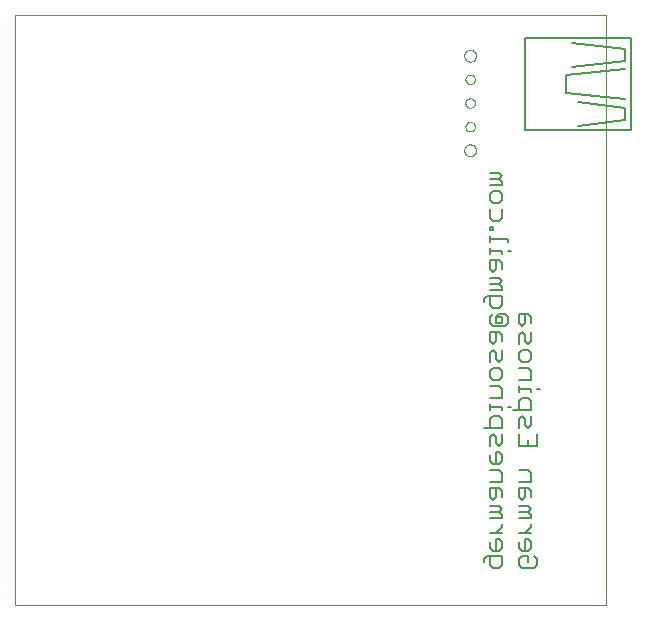
<source format=gbo>
G75*
%MOIN*%
%OFA0B0*%
%FSLAX25Y25*%
%IPPOS*%
%LPD*%
%AMOC8*
5,1,8,0,0,1.08239X$1,22.5*
%
%ADD10C,0.00000*%
%ADD11C,0.00500*%
D10*
X0001800Y0001800D02*
X0001800Y0198650D01*
X0198650Y0198650D01*
X0198650Y0001800D01*
X0001800Y0001800D01*
X0151406Y0153454D02*
X0151408Y0153542D01*
X0151414Y0153630D01*
X0151424Y0153718D01*
X0151438Y0153806D01*
X0151455Y0153892D01*
X0151477Y0153978D01*
X0151502Y0154062D01*
X0151532Y0154146D01*
X0151564Y0154228D01*
X0151601Y0154308D01*
X0151641Y0154387D01*
X0151685Y0154464D01*
X0151732Y0154539D01*
X0151782Y0154611D01*
X0151836Y0154682D01*
X0151892Y0154749D01*
X0151952Y0154815D01*
X0152014Y0154877D01*
X0152080Y0154937D01*
X0152147Y0154993D01*
X0152218Y0155047D01*
X0152290Y0155097D01*
X0152365Y0155144D01*
X0152442Y0155188D01*
X0152521Y0155228D01*
X0152601Y0155265D01*
X0152683Y0155297D01*
X0152767Y0155327D01*
X0152851Y0155352D01*
X0152937Y0155374D01*
X0153023Y0155391D01*
X0153111Y0155405D01*
X0153199Y0155415D01*
X0153287Y0155421D01*
X0153375Y0155423D01*
X0153463Y0155421D01*
X0153551Y0155415D01*
X0153639Y0155405D01*
X0153727Y0155391D01*
X0153813Y0155374D01*
X0153899Y0155352D01*
X0153983Y0155327D01*
X0154067Y0155297D01*
X0154149Y0155265D01*
X0154229Y0155228D01*
X0154308Y0155188D01*
X0154385Y0155144D01*
X0154460Y0155097D01*
X0154532Y0155047D01*
X0154603Y0154993D01*
X0154670Y0154937D01*
X0154736Y0154877D01*
X0154798Y0154815D01*
X0154858Y0154749D01*
X0154914Y0154682D01*
X0154968Y0154611D01*
X0155018Y0154539D01*
X0155065Y0154464D01*
X0155109Y0154387D01*
X0155149Y0154308D01*
X0155186Y0154228D01*
X0155218Y0154146D01*
X0155248Y0154062D01*
X0155273Y0153978D01*
X0155295Y0153892D01*
X0155312Y0153806D01*
X0155326Y0153718D01*
X0155336Y0153630D01*
X0155342Y0153542D01*
X0155344Y0153454D01*
X0155342Y0153366D01*
X0155336Y0153278D01*
X0155326Y0153190D01*
X0155312Y0153102D01*
X0155295Y0153016D01*
X0155273Y0152930D01*
X0155248Y0152846D01*
X0155218Y0152762D01*
X0155186Y0152680D01*
X0155149Y0152600D01*
X0155109Y0152521D01*
X0155065Y0152444D01*
X0155018Y0152369D01*
X0154968Y0152297D01*
X0154914Y0152226D01*
X0154858Y0152159D01*
X0154798Y0152093D01*
X0154736Y0152031D01*
X0154670Y0151971D01*
X0154603Y0151915D01*
X0154532Y0151861D01*
X0154460Y0151811D01*
X0154385Y0151764D01*
X0154308Y0151720D01*
X0154229Y0151680D01*
X0154149Y0151643D01*
X0154067Y0151611D01*
X0153983Y0151581D01*
X0153899Y0151556D01*
X0153813Y0151534D01*
X0153727Y0151517D01*
X0153639Y0151503D01*
X0153551Y0151493D01*
X0153463Y0151487D01*
X0153375Y0151485D01*
X0153287Y0151487D01*
X0153199Y0151493D01*
X0153111Y0151503D01*
X0153023Y0151517D01*
X0152937Y0151534D01*
X0152851Y0151556D01*
X0152767Y0151581D01*
X0152683Y0151611D01*
X0152601Y0151643D01*
X0152521Y0151680D01*
X0152442Y0151720D01*
X0152365Y0151764D01*
X0152290Y0151811D01*
X0152218Y0151861D01*
X0152147Y0151915D01*
X0152080Y0151971D01*
X0152014Y0152031D01*
X0151952Y0152093D01*
X0151892Y0152159D01*
X0151836Y0152226D01*
X0151782Y0152297D01*
X0151732Y0152369D01*
X0151685Y0152444D01*
X0151641Y0152521D01*
X0151601Y0152600D01*
X0151564Y0152680D01*
X0151532Y0152762D01*
X0151502Y0152846D01*
X0151477Y0152930D01*
X0151455Y0153016D01*
X0151438Y0153102D01*
X0151424Y0153190D01*
X0151414Y0153278D01*
X0151408Y0153366D01*
X0151406Y0153454D01*
X0151800Y0161328D02*
X0151802Y0161407D01*
X0151808Y0161486D01*
X0151818Y0161565D01*
X0151832Y0161643D01*
X0151849Y0161720D01*
X0151871Y0161796D01*
X0151896Y0161871D01*
X0151926Y0161944D01*
X0151958Y0162016D01*
X0151995Y0162087D01*
X0152035Y0162155D01*
X0152078Y0162221D01*
X0152124Y0162285D01*
X0152174Y0162347D01*
X0152227Y0162406D01*
X0152282Y0162462D01*
X0152341Y0162516D01*
X0152402Y0162566D01*
X0152465Y0162614D01*
X0152531Y0162658D01*
X0152599Y0162699D01*
X0152669Y0162736D01*
X0152740Y0162770D01*
X0152814Y0162800D01*
X0152888Y0162826D01*
X0152964Y0162848D01*
X0153041Y0162867D01*
X0153119Y0162882D01*
X0153197Y0162893D01*
X0153276Y0162900D01*
X0153355Y0162903D01*
X0153434Y0162902D01*
X0153513Y0162897D01*
X0153592Y0162888D01*
X0153670Y0162875D01*
X0153747Y0162858D01*
X0153824Y0162838D01*
X0153899Y0162813D01*
X0153973Y0162785D01*
X0154046Y0162753D01*
X0154116Y0162718D01*
X0154185Y0162679D01*
X0154252Y0162636D01*
X0154317Y0162590D01*
X0154379Y0162542D01*
X0154439Y0162490D01*
X0154496Y0162435D01*
X0154550Y0162377D01*
X0154601Y0162317D01*
X0154649Y0162254D01*
X0154694Y0162189D01*
X0154736Y0162121D01*
X0154774Y0162052D01*
X0154808Y0161981D01*
X0154839Y0161908D01*
X0154867Y0161833D01*
X0154890Y0161758D01*
X0154910Y0161681D01*
X0154926Y0161604D01*
X0154938Y0161525D01*
X0154946Y0161447D01*
X0154950Y0161368D01*
X0154950Y0161288D01*
X0154946Y0161209D01*
X0154938Y0161131D01*
X0154926Y0161052D01*
X0154910Y0160975D01*
X0154890Y0160898D01*
X0154867Y0160823D01*
X0154839Y0160748D01*
X0154808Y0160675D01*
X0154774Y0160604D01*
X0154736Y0160535D01*
X0154694Y0160467D01*
X0154649Y0160402D01*
X0154601Y0160339D01*
X0154550Y0160279D01*
X0154496Y0160221D01*
X0154439Y0160166D01*
X0154379Y0160114D01*
X0154317Y0160066D01*
X0154252Y0160020D01*
X0154185Y0159977D01*
X0154116Y0159938D01*
X0154046Y0159903D01*
X0153973Y0159871D01*
X0153899Y0159843D01*
X0153824Y0159818D01*
X0153747Y0159798D01*
X0153670Y0159781D01*
X0153592Y0159768D01*
X0153513Y0159759D01*
X0153434Y0159754D01*
X0153355Y0159753D01*
X0153276Y0159756D01*
X0153197Y0159763D01*
X0153119Y0159774D01*
X0153041Y0159789D01*
X0152964Y0159808D01*
X0152888Y0159830D01*
X0152814Y0159856D01*
X0152740Y0159886D01*
X0152669Y0159920D01*
X0152599Y0159957D01*
X0152531Y0159998D01*
X0152465Y0160042D01*
X0152402Y0160090D01*
X0152341Y0160140D01*
X0152282Y0160194D01*
X0152227Y0160250D01*
X0152174Y0160309D01*
X0152124Y0160371D01*
X0152078Y0160435D01*
X0152035Y0160501D01*
X0151995Y0160569D01*
X0151958Y0160640D01*
X0151926Y0160712D01*
X0151896Y0160785D01*
X0151871Y0160860D01*
X0151849Y0160936D01*
X0151832Y0161013D01*
X0151818Y0161091D01*
X0151808Y0161170D01*
X0151802Y0161249D01*
X0151800Y0161328D01*
X0151800Y0169202D02*
X0151802Y0169281D01*
X0151808Y0169360D01*
X0151818Y0169439D01*
X0151832Y0169517D01*
X0151849Y0169594D01*
X0151871Y0169670D01*
X0151896Y0169745D01*
X0151926Y0169818D01*
X0151958Y0169890D01*
X0151995Y0169961D01*
X0152035Y0170029D01*
X0152078Y0170095D01*
X0152124Y0170159D01*
X0152174Y0170221D01*
X0152227Y0170280D01*
X0152282Y0170336D01*
X0152341Y0170390D01*
X0152402Y0170440D01*
X0152465Y0170488D01*
X0152531Y0170532D01*
X0152599Y0170573D01*
X0152669Y0170610D01*
X0152740Y0170644D01*
X0152814Y0170674D01*
X0152888Y0170700D01*
X0152964Y0170722D01*
X0153041Y0170741D01*
X0153119Y0170756D01*
X0153197Y0170767D01*
X0153276Y0170774D01*
X0153355Y0170777D01*
X0153434Y0170776D01*
X0153513Y0170771D01*
X0153592Y0170762D01*
X0153670Y0170749D01*
X0153747Y0170732D01*
X0153824Y0170712D01*
X0153899Y0170687D01*
X0153973Y0170659D01*
X0154046Y0170627D01*
X0154116Y0170592D01*
X0154185Y0170553D01*
X0154252Y0170510D01*
X0154317Y0170464D01*
X0154379Y0170416D01*
X0154439Y0170364D01*
X0154496Y0170309D01*
X0154550Y0170251D01*
X0154601Y0170191D01*
X0154649Y0170128D01*
X0154694Y0170063D01*
X0154736Y0169995D01*
X0154774Y0169926D01*
X0154808Y0169855D01*
X0154839Y0169782D01*
X0154867Y0169707D01*
X0154890Y0169632D01*
X0154910Y0169555D01*
X0154926Y0169478D01*
X0154938Y0169399D01*
X0154946Y0169321D01*
X0154950Y0169242D01*
X0154950Y0169162D01*
X0154946Y0169083D01*
X0154938Y0169005D01*
X0154926Y0168926D01*
X0154910Y0168849D01*
X0154890Y0168772D01*
X0154867Y0168697D01*
X0154839Y0168622D01*
X0154808Y0168549D01*
X0154774Y0168478D01*
X0154736Y0168409D01*
X0154694Y0168341D01*
X0154649Y0168276D01*
X0154601Y0168213D01*
X0154550Y0168153D01*
X0154496Y0168095D01*
X0154439Y0168040D01*
X0154379Y0167988D01*
X0154317Y0167940D01*
X0154252Y0167894D01*
X0154185Y0167851D01*
X0154116Y0167812D01*
X0154046Y0167777D01*
X0153973Y0167745D01*
X0153899Y0167717D01*
X0153824Y0167692D01*
X0153747Y0167672D01*
X0153670Y0167655D01*
X0153592Y0167642D01*
X0153513Y0167633D01*
X0153434Y0167628D01*
X0153355Y0167627D01*
X0153276Y0167630D01*
X0153197Y0167637D01*
X0153119Y0167648D01*
X0153041Y0167663D01*
X0152964Y0167682D01*
X0152888Y0167704D01*
X0152814Y0167730D01*
X0152740Y0167760D01*
X0152669Y0167794D01*
X0152599Y0167831D01*
X0152531Y0167872D01*
X0152465Y0167916D01*
X0152402Y0167964D01*
X0152341Y0168014D01*
X0152282Y0168068D01*
X0152227Y0168124D01*
X0152174Y0168183D01*
X0152124Y0168245D01*
X0152078Y0168309D01*
X0152035Y0168375D01*
X0151995Y0168443D01*
X0151958Y0168514D01*
X0151926Y0168586D01*
X0151896Y0168659D01*
X0151871Y0168734D01*
X0151849Y0168810D01*
X0151832Y0168887D01*
X0151818Y0168965D01*
X0151808Y0169044D01*
X0151802Y0169123D01*
X0151800Y0169202D01*
X0151800Y0177076D02*
X0151802Y0177155D01*
X0151808Y0177234D01*
X0151818Y0177313D01*
X0151832Y0177391D01*
X0151849Y0177468D01*
X0151871Y0177544D01*
X0151896Y0177619D01*
X0151926Y0177692D01*
X0151958Y0177764D01*
X0151995Y0177835D01*
X0152035Y0177903D01*
X0152078Y0177969D01*
X0152124Y0178033D01*
X0152174Y0178095D01*
X0152227Y0178154D01*
X0152282Y0178210D01*
X0152341Y0178264D01*
X0152402Y0178314D01*
X0152465Y0178362D01*
X0152531Y0178406D01*
X0152599Y0178447D01*
X0152669Y0178484D01*
X0152740Y0178518D01*
X0152814Y0178548D01*
X0152888Y0178574D01*
X0152964Y0178596D01*
X0153041Y0178615D01*
X0153119Y0178630D01*
X0153197Y0178641D01*
X0153276Y0178648D01*
X0153355Y0178651D01*
X0153434Y0178650D01*
X0153513Y0178645D01*
X0153592Y0178636D01*
X0153670Y0178623D01*
X0153747Y0178606D01*
X0153824Y0178586D01*
X0153899Y0178561D01*
X0153973Y0178533D01*
X0154046Y0178501D01*
X0154116Y0178466D01*
X0154185Y0178427D01*
X0154252Y0178384D01*
X0154317Y0178338D01*
X0154379Y0178290D01*
X0154439Y0178238D01*
X0154496Y0178183D01*
X0154550Y0178125D01*
X0154601Y0178065D01*
X0154649Y0178002D01*
X0154694Y0177937D01*
X0154736Y0177869D01*
X0154774Y0177800D01*
X0154808Y0177729D01*
X0154839Y0177656D01*
X0154867Y0177581D01*
X0154890Y0177506D01*
X0154910Y0177429D01*
X0154926Y0177352D01*
X0154938Y0177273D01*
X0154946Y0177195D01*
X0154950Y0177116D01*
X0154950Y0177036D01*
X0154946Y0176957D01*
X0154938Y0176879D01*
X0154926Y0176800D01*
X0154910Y0176723D01*
X0154890Y0176646D01*
X0154867Y0176571D01*
X0154839Y0176496D01*
X0154808Y0176423D01*
X0154774Y0176352D01*
X0154736Y0176283D01*
X0154694Y0176215D01*
X0154649Y0176150D01*
X0154601Y0176087D01*
X0154550Y0176027D01*
X0154496Y0175969D01*
X0154439Y0175914D01*
X0154379Y0175862D01*
X0154317Y0175814D01*
X0154252Y0175768D01*
X0154185Y0175725D01*
X0154116Y0175686D01*
X0154046Y0175651D01*
X0153973Y0175619D01*
X0153899Y0175591D01*
X0153824Y0175566D01*
X0153747Y0175546D01*
X0153670Y0175529D01*
X0153592Y0175516D01*
X0153513Y0175507D01*
X0153434Y0175502D01*
X0153355Y0175501D01*
X0153276Y0175504D01*
X0153197Y0175511D01*
X0153119Y0175522D01*
X0153041Y0175537D01*
X0152964Y0175556D01*
X0152888Y0175578D01*
X0152814Y0175604D01*
X0152740Y0175634D01*
X0152669Y0175668D01*
X0152599Y0175705D01*
X0152531Y0175746D01*
X0152465Y0175790D01*
X0152402Y0175838D01*
X0152341Y0175888D01*
X0152282Y0175942D01*
X0152227Y0175998D01*
X0152174Y0176057D01*
X0152124Y0176119D01*
X0152078Y0176183D01*
X0152035Y0176249D01*
X0151995Y0176317D01*
X0151958Y0176388D01*
X0151926Y0176460D01*
X0151896Y0176533D01*
X0151871Y0176608D01*
X0151849Y0176684D01*
X0151832Y0176761D01*
X0151818Y0176839D01*
X0151808Y0176918D01*
X0151802Y0176997D01*
X0151800Y0177076D01*
X0151406Y0184950D02*
X0151408Y0185038D01*
X0151414Y0185126D01*
X0151424Y0185214D01*
X0151438Y0185302D01*
X0151455Y0185388D01*
X0151477Y0185474D01*
X0151502Y0185558D01*
X0151532Y0185642D01*
X0151564Y0185724D01*
X0151601Y0185804D01*
X0151641Y0185883D01*
X0151685Y0185960D01*
X0151732Y0186035D01*
X0151782Y0186107D01*
X0151836Y0186178D01*
X0151892Y0186245D01*
X0151952Y0186311D01*
X0152014Y0186373D01*
X0152080Y0186433D01*
X0152147Y0186489D01*
X0152218Y0186543D01*
X0152290Y0186593D01*
X0152365Y0186640D01*
X0152442Y0186684D01*
X0152521Y0186724D01*
X0152601Y0186761D01*
X0152683Y0186793D01*
X0152767Y0186823D01*
X0152851Y0186848D01*
X0152937Y0186870D01*
X0153023Y0186887D01*
X0153111Y0186901D01*
X0153199Y0186911D01*
X0153287Y0186917D01*
X0153375Y0186919D01*
X0153463Y0186917D01*
X0153551Y0186911D01*
X0153639Y0186901D01*
X0153727Y0186887D01*
X0153813Y0186870D01*
X0153899Y0186848D01*
X0153983Y0186823D01*
X0154067Y0186793D01*
X0154149Y0186761D01*
X0154229Y0186724D01*
X0154308Y0186684D01*
X0154385Y0186640D01*
X0154460Y0186593D01*
X0154532Y0186543D01*
X0154603Y0186489D01*
X0154670Y0186433D01*
X0154736Y0186373D01*
X0154798Y0186311D01*
X0154858Y0186245D01*
X0154914Y0186178D01*
X0154968Y0186107D01*
X0155018Y0186035D01*
X0155065Y0185960D01*
X0155109Y0185883D01*
X0155149Y0185804D01*
X0155186Y0185724D01*
X0155218Y0185642D01*
X0155248Y0185558D01*
X0155273Y0185474D01*
X0155295Y0185388D01*
X0155312Y0185302D01*
X0155326Y0185214D01*
X0155336Y0185126D01*
X0155342Y0185038D01*
X0155344Y0184950D01*
X0155342Y0184862D01*
X0155336Y0184774D01*
X0155326Y0184686D01*
X0155312Y0184598D01*
X0155295Y0184512D01*
X0155273Y0184426D01*
X0155248Y0184342D01*
X0155218Y0184258D01*
X0155186Y0184176D01*
X0155149Y0184096D01*
X0155109Y0184017D01*
X0155065Y0183940D01*
X0155018Y0183865D01*
X0154968Y0183793D01*
X0154914Y0183722D01*
X0154858Y0183655D01*
X0154798Y0183589D01*
X0154736Y0183527D01*
X0154670Y0183467D01*
X0154603Y0183411D01*
X0154532Y0183357D01*
X0154460Y0183307D01*
X0154385Y0183260D01*
X0154308Y0183216D01*
X0154229Y0183176D01*
X0154149Y0183139D01*
X0154067Y0183107D01*
X0153983Y0183077D01*
X0153899Y0183052D01*
X0153813Y0183030D01*
X0153727Y0183013D01*
X0153639Y0182999D01*
X0153551Y0182989D01*
X0153463Y0182983D01*
X0153375Y0182981D01*
X0153287Y0182983D01*
X0153199Y0182989D01*
X0153111Y0182999D01*
X0153023Y0183013D01*
X0152937Y0183030D01*
X0152851Y0183052D01*
X0152767Y0183077D01*
X0152683Y0183107D01*
X0152601Y0183139D01*
X0152521Y0183176D01*
X0152442Y0183216D01*
X0152365Y0183260D01*
X0152290Y0183307D01*
X0152218Y0183357D01*
X0152147Y0183411D01*
X0152080Y0183467D01*
X0152014Y0183527D01*
X0151952Y0183589D01*
X0151892Y0183655D01*
X0151836Y0183722D01*
X0151782Y0183793D01*
X0151732Y0183865D01*
X0151685Y0183940D01*
X0151641Y0184017D01*
X0151601Y0184096D01*
X0151564Y0184176D01*
X0151532Y0184258D01*
X0151502Y0184342D01*
X0151477Y0184426D01*
X0151455Y0184512D01*
X0151438Y0184598D01*
X0151424Y0184686D01*
X0151414Y0184774D01*
X0151408Y0184862D01*
X0151406Y0184950D01*
D11*
X0171643Y0190816D02*
X0207076Y0190816D01*
X0207076Y0160107D01*
X0171643Y0160107D01*
X0171643Y0190816D01*
X0187391Y0189241D02*
X0205107Y0187272D01*
X0205107Y0183335D01*
X0187391Y0181367D01*
X0185422Y0178414D02*
X0205107Y0180383D01*
X0205107Y0170540D02*
X0185422Y0172509D01*
X0185422Y0178414D01*
X0189359Y0169556D02*
X0205107Y0167587D01*
X0205107Y0163650D01*
X0189359Y0161682D01*
X0164053Y0144735D02*
X0163053Y0143734D01*
X0160050Y0143734D01*
X0160050Y0141732D02*
X0164053Y0141732D01*
X0164053Y0142733D01*
X0163053Y0143734D01*
X0164053Y0144735D02*
X0163053Y0145736D01*
X0160050Y0145736D01*
X0161051Y0139751D02*
X0160050Y0138750D01*
X0160050Y0136748D01*
X0161051Y0135747D01*
X0163053Y0135747D01*
X0164053Y0136748D01*
X0164053Y0138750D01*
X0163053Y0139751D01*
X0161051Y0139751D01*
X0160050Y0133766D02*
X0160050Y0130763D01*
X0161051Y0129762D01*
X0163053Y0129762D01*
X0164053Y0130763D01*
X0164053Y0133766D01*
X0161051Y0127770D02*
X0160050Y0127770D01*
X0160050Y0126770D01*
X0161051Y0126770D01*
X0161051Y0127770D01*
X0160050Y0124781D02*
X0160050Y0122780D01*
X0160050Y0123780D02*
X0166055Y0123780D01*
X0166055Y0122780D01*
X0166055Y0119790D02*
X0167056Y0119790D01*
X0164053Y0119790D02*
X0160050Y0119790D01*
X0160050Y0118789D02*
X0160050Y0120791D01*
X0160050Y0116808D02*
X0160050Y0113805D01*
X0161051Y0112804D01*
X0162052Y0113805D01*
X0162052Y0116808D01*
X0163053Y0116808D02*
X0164053Y0115807D01*
X0164053Y0113805D01*
X0163053Y0110823D02*
X0160050Y0110823D01*
X0160050Y0108821D02*
X0163053Y0108821D01*
X0164053Y0109822D01*
X0163053Y0110823D01*
X0163053Y0108821D02*
X0164053Y0107820D01*
X0164053Y0106819D01*
X0160050Y0106819D01*
X0160050Y0104838D02*
X0160050Y0101835D01*
X0161051Y0100834D01*
X0163053Y0100834D01*
X0164053Y0101835D01*
X0164053Y0104838D01*
X0159049Y0104838D01*
X0158048Y0103837D01*
X0158048Y0102836D01*
X0161051Y0098852D02*
X0160050Y0097852D01*
X0160050Y0095850D01*
X0161051Y0094849D01*
X0165054Y0094849D01*
X0166055Y0095850D01*
X0166055Y0097852D01*
X0165054Y0098852D01*
X0163053Y0098852D01*
X0162052Y0097852D01*
X0164053Y0097852D01*
X0164053Y0095850D01*
X0162052Y0095850D01*
X0162052Y0097852D01*
X0162052Y0092867D02*
X0162052Y0089865D01*
X0161051Y0088864D01*
X0160050Y0089865D01*
X0160050Y0092867D01*
X0163053Y0092867D01*
X0164053Y0091866D01*
X0164053Y0089865D01*
X0164053Y0086882D02*
X0164053Y0083880D01*
X0163053Y0082879D01*
X0162052Y0083880D01*
X0162052Y0085881D01*
X0161051Y0086882D01*
X0160050Y0085881D01*
X0160050Y0082879D01*
X0161051Y0080897D02*
X0163053Y0080897D01*
X0164053Y0079896D01*
X0164053Y0077895D01*
X0163053Y0076894D01*
X0161051Y0076894D01*
X0160050Y0077895D01*
X0160050Y0079896D01*
X0161051Y0080897D01*
X0160050Y0074912D02*
X0163053Y0074912D01*
X0164053Y0073911D01*
X0164053Y0070909D01*
X0160050Y0070909D01*
X0160050Y0068920D02*
X0160050Y0066918D01*
X0160050Y0067919D02*
X0164053Y0067919D01*
X0164053Y0066918D01*
X0163053Y0064937D02*
X0161051Y0064937D01*
X0160050Y0063936D01*
X0160050Y0060933D01*
X0158048Y0060933D02*
X0164053Y0060933D01*
X0164053Y0063936D01*
X0163053Y0064937D01*
X0166055Y0067919D02*
X0167056Y0067919D01*
X0167798Y0066918D02*
X0173803Y0066918D01*
X0173803Y0069921D01*
X0172803Y0070922D01*
X0170801Y0070922D01*
X0169800Y0069921D01*
X0169800Y0066918D01*
X0170801Y0064937D02*
X0171802Y0063936D01*
X0171802Y0061934D01*
X0172803Y0060933D01*
X0173803Y0061934D01*
X0173803Y0064937D01*
X0170801Y0064937D02*
X0169800Y0063936D01*
X0169800Y0060933D01*
X0169800Y0058952D02*
X0169800Y0054948D01*
X0175805Y0054948D01*
X0175805Y0058952D01*
X0172803Y0056950D02*
X0172803Y0054948D01*
X0172803Y0046981D02*
X0169800Y0046981D01*
X0172803Y0046981D02*
X0173803Y0045981D01*
X0173803Y0042978D01*
X0169800Y0042978D01*
X0169800Y0040996D02*
X0169800Y0037994D01*
X0170801Y0036993D01*
X0171802Y0037994D01*
X0171802Y0040996D01*
X0172803Y0040996D02*
X0169800Y0040996D01*
X0172803Y0040996D02*
X0173803Y0039995D01*
X0173803Y0037994D01*
X0172803Y0035011D02*
X0169800Y0035011D01*
X0169800Y0033010D02*
X0172803Y0033010D01*
X0173803Y0034010D01*
X0172803Y0035011D01*
X0172803Y0033010D02*
X0173803Y0032009D01*
X0173803Y0031008D01*
X0169800Y0031008D01*
X0173803Y0029023D02*
X0173803Y0028022D01*
X0171802Y0026020D01*
X0171802Y0024039D02*
X0171802Y0020035D01*
X0172803Y0020035D02*
X0173803Y0021036D01*
X0173803Y0023038D01*
X0172803Y0024039D01*
X0171802Y0024039D01*
X0169800Y0023038D02*
X0169800Y0021036D01*
X0170801Y0020035D01*
X0172803Y0020035D01*
X0172803Y0018053D02*
X0172803Y0016052D01*
X0172803Y0018053D02*
X0170801Y0018053D01*
X0169800Y0017053D01*
X0169800Y0015051D01*
X0170801Y0014050D01*
X0174804Y0014050D01*
X0175805Y0015051D01*
X0175805Y0017053D01*
X0174804Y0018053D01*
X0173803Y0026020D02*
X0169800Y0026020D01*
X0164053Y0026020D02*
X0160050Y0026020D01*
X0162052Y0026020D02*
X0164053Y0028022D01*
X0164053Y0029023D01*
X0164053Y0031008D02*
X0164053Y0032009D01*
X0163053Y0033010D01*
X0164053Y0034010D01*
X0163053Y0035011D01*
X0160050Y0035011D01*
X0160050Y0033010D02*
X0163053Y0033010D01*
X0164053Y0031008D02*
X0160050Y0031008D01*
X0161051Y0036993D02*
X0160050Y0037994D01*
X0160050Y0040996D01*
X0163053Y0040996D01*
X0164053Y0039995D01*
X0164053Y0037994D01*
X0162052Y0037994D02*
X0162052Y0040996D01*
X0164053Y0042978D02*
X0160050Y0042978D01*
X0164053Y0042978D02*
X0164053Y0045981D01*
X0163053Y0046981D01*
X0160050Y0046981D01*
X0161051Y0048963D02*
X0160050Y0049964D01*
X0160050Y0051966D01*
X0162052Y0052967D02*
X0162052Y0048963D01*
X0161051Y0048963D02*
X0163053Y0048963D01*
X0164053Y0049964D01*
X0164053Y0051966D01*
X0163053Y0052967D01*
X0162052Y0052967D01*
X0163053Y0054948D02*
X0162052Y0055949D01*
X0162052Y0057951D01*
X0161051Y0058952D01*
X0160050Y0057951D01*
X0160050Y0054948D01*
X0163053Y0054948D02*
X0164053Y0055949D01*
X0164053Y0058952D01*
X0169800Y0072904D02*
X0169800Y0074905D01*
X0169800Y0073904D02*
X0173803Y0073904D01*
X0173803Y0072904D01*
X0175805Y0073904D02*
X0176806Y0073904D01*
X0173803Y0076894D02*
X0173803Y0079896D01*
X0172803Y0080897D01*
X0169800Y0080897D01*
X0170801Y0082879D02*
X0169800Y0083880D01*
X0169800Y0085881D01*
X0170801Y0086882D01*
X0172803Y0086882D01*
X0173803Y0085881D01*
X0173803Y0083880D01*
X0172803Y0082879D01*
X0170801Y0082879D01*
X0169800Y0088864D02*
X0169800Y0091866D01*
X0170801Y0092867D01*
X0171802Y0091866D01*
X0171802Y0089865D01*
X0172803Y0088864D01*
X0173803Y0089865D01*
X0173803Y0092867D01*
X0173803Y0095850D02*
X0173803Y0097852D01*
X0172803Y0098852D01*
X0169800Y0098852D01*
X0169800Y0095850D01*
X0170801Y0094849D01*
X0171802Y0095850D01*
X0171802Y0098852D01*
X0163053Y0116808D02*
X0160050Y0116808D01*
X0164053Y0118789D02*
X0164053Y0119790D01*
X0169800Y0076894D02*
X0173803Y0076894D01*
X0162052Y0037994D02*
X0161051Y0036993D01*
X0162052Y0024039D02*
X0162052Y0020035D01*
X0161051Y0020035D02*
X0163053Y0020035D01*
X0164053Y0021036D01*
X0164053Y0023038D01*
X0163053Y0024039D01*
X0162052Y0024039D01*
X0160050Y0023038D02*
X0160050Y0021036D01*
X0161051Y0020035D01*
X0160050Y0018053D02*
X0160050Y0015051D01*
X0161051Y0014050D01*
X0163053Y0014050D01*
X0164053Y0015051D01*
X0164053Y0018053D01*
X0159049Y0018053D01*
X0158048Y0017053D01*
X0158048Y0016052D01*
M02*

</source>
